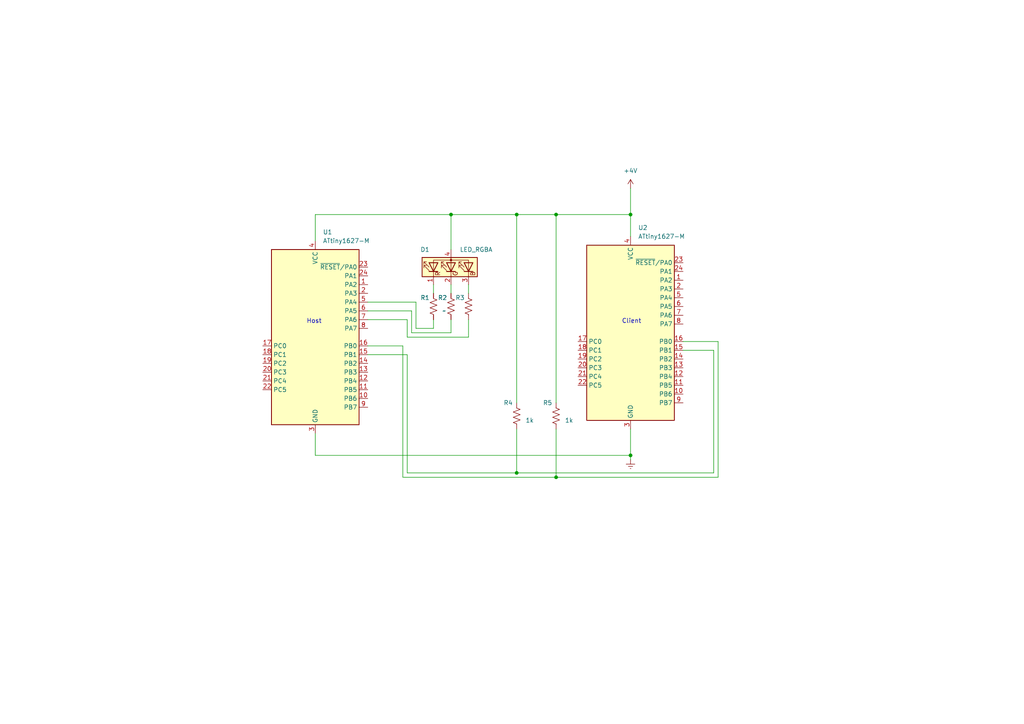
<source format=kicad_sch>
(kicad_sch (version 20230121) (generator eeschema)
  (paper "A4")
  (lib_symbols
    (symbol "Device:LED_RGBA" (pin_names (offset 0) hide)
      (property "Reference" "D" (at 0 9.398 0))
      (property "Value" "LED_RGBA" (at 0 -8.89 0))
      (symbol "LED_RGBA_0_0"
        (text "B" (at -1.905 -6.35 0) (effects (font (size 1.27 1.27))))
        (text "G" (at -1.905 -1.27 0) (effects (font (size 1.27 1.27))))
        (text "R" (at -1.905 3.81 0) (effects (font (size 1.27 1.27))))
      )
      (symbol "LED_RGBA_0_1"
        (polyline (pts (xy -1.27 -5.08) (xy -2.54 -5.08)))
        (polyline (pts (xy -1.27 -5.08) (xy 1.27 -5.08)))
        (polyline (pts (xy -1.27 -3.81) (xy -1.27 -6.35)) (stroke (width 0.254)))
        (polyline (pts (xy -1.27 0) (xy -2.54 0)))
        (polyline (pts (xy -1.27 1.27) (xy -1.27 -1.27)) (stroke (width 0.254)))
        (polyline (pts (xy -1.27 5.08) (xy -2.54 5.08)))
        (polyline (pts (xy -1.27 5.08) (xy 1.27 5.08)))
        (polyline (pts (xy -1.27 6.35) (xy -1.27 3.81)) (stroke (width 0.254)))
        (polyline (pts (xy 1.27 0) (xy -1.27 0)))
        (polyline (pts (xy 1.27 0) (xy 2.54 0)))
        (polyline (pts (xy -1.27 1.27) (xy -1.27 -1.27) (xy -1.27 -1.27)))
        (polyline (pts (xy -1.27 6.35) (xy -1.27 3.81) (xy -1.27 3.81)))
        (polyline (pts (xy 1.27 -5.08) (xy 2.032 -5.08) (xy 2.032 5.08) (xy 1.27 5.08)))
        (polyline (pts (xy 1.27 -3.81) (xy 1.27 -6.35) (xy -1.27 -5.08) (xy 1.27 -3.81)) (stroke (width 0.254)))
        (polyline (pts (xy 1.27 1.27) (xy 1.27 -1.27) (xy -1.27 0) (xy 1.27 1.27)) (stroke (width 0.254)))
        (polyline (pts (xy 1.27 6.35) (xy 1.27 3.81) (xy -1.27 5.08) (xy 1.27 6.35)) (stroke (width 0.254)))
        (polyline (pts (xy -1.016 -3.81) (xy 0.508 -2.286) (xy -0.254 -2.286) (xy 0.508 -2.286) (xy 0.508 -3.048)))
        (polyline (pts (xy -1.016 1.27) (xy 0.508 2.794) (xy -0.254 2.794) (xy 0.508 2.794) (xy 0.508 2.032)))
        (polyline (pts (xy -1.016 6.35) (xy 0.508 7.874) (xy -0.254 7.874) (xy 0.508 7.874) (xy 0.508 7.112)))
        (polyline (pts (xy 0 -3.81) (xy 1.524 -2.286) (xy 0.762 -2.286) (xy 1.524 -2.286) (xy 1.524 -3.048)))
        (polyline (pts (xy 0 1.27) (xy 1.524 2.794) (xy 0.762 2.794) (xy 1.524 2.794) (xy 1.524 2.032)))
        (polyline (pts (xy 0 6.35) (xy 1.524 7.874) (xy 0.762 7.874) (xy 1.524 7.874) (xy 1.524 7.112)))
        (rectangle (start 1.27 -1.27) (end 1.27 1.27))
        (rectangle (start 1.27 1.27) (end 1.27 1.27))
        (rectangle (start 1.27 3.81) (end 1.27 6.35))
        (rectangle (start 1.27 6.35) (end 1.27 6.35))
        (circle (center 2.032 0) (radius 0.254) (fill (type outline)))
        (rectangle (start 2.794 8.382) (end -2.794 -7.62) (stroke (width 0.254)) (fill (type background)))
      )
      (symbol "LED_RGBA_1_1"
        (pin passive line (at -5.08 5.08 0) (length 2.54) (name "RK") (number "1"))
        (pin passive line (at -5.08 0 0) (length 2.54) (name "GK") (number "2"))
        (pin passive line (at -5.08 -5.08 0) (length 2.54) (name "BK") (number "3"))
        (pin passive line (at 5.08 0 180) (length 2.54) (name "A") (number "4"))
      )
    )
    (symbol "Device:R_US" (pin_numbers hide) (pin_names (offset 0))
      (property "Reference" "R" (at 2.54 0 90))
      (property "Value" "R_US" (at -2.54 0 90))
      (symbol "R_US_0_1"
        (polyline (pts (xy 0 -2.286) (xy 0 -2.54)))
        (polyline (pts (xy 0 2.286) (xy 0 2.54)))
        (polyline (pts (xy 0 -0.762) (xy 1.016 -1.143) (xy 0 -1.524) (xy -1.016 -1.905) (xy 0 -2.286)))
        (polyline (pts (xy 0 0.762) (xy 1.016 0.381) (xy 0 0) (xy -1.016 -0.381) (xy 0 -0.762)))
        (polyline (pts (xy 0 2.286) (xy 1.016 1.905) (xy 0 1.524) (xy -1.016 1.143) (xy 0 0.762)))
      )
      (symbol "R_US_1_1"
        (pin passive line (at 0 3.81 270) (length 1.27) (name "~") (number "1"))
        (pin passive line (at 0 -3.81 90) (length 1.27) (name "~") (number "2"))
      )
    )
    (symbol "MCU_Microchip_ATtiny:ATtiny1627-M"
      (property "Reference" "U" (at -12.7 26.67 0))
      (property "Value" "ATtiny1627-M" (at 2.54 -26.67 0))
      (symbol "ATtiny1627-M_0_1"
        (rectangle (start -12.7 -25.4) (end 12.7 25.4) (stroke (width 0.254)) (fill (type background)))
      )
      (symbol "ATtiny1627-M_1_1"
        (pin bidirectional line (at 15.24 15.24 180) (length 2.54) (name "PA2") (number "1"))
        (pin bidirectional line (at 15.24 -17.78 180) (length 2.54) (name "PB6") (number "10"))
        (pin bidirectional line (at 15.24 -15.24 180) (length 2.54) (name "PB5") (number "11"))
        (pin bidirectional line (at 15.24 -12.7 180) (length 2.54) (name "PB4") (number "12"))
        (pin bidirectional line (at 15.24 -10.16 180) (length 2.54) (name "PB3") (number "13"))
        (pin bidirectional line (at 15.24 -7.62 180) (length 2.54) (name "PB2") (number "14"))
        (pin bidirectional line (at 15.24 -5.08 180) (length 2.54) (name "PB1") (number "15"))
        (pin bidirectional line (at 15.24 -2.54 180) (length 2.54) (name "PB0") (number "16"))
        (pin bidirectional line (at -15.24 -2.54 0) (length 2.54) (name "PC0") (number "17"))
        (pin bidirectional line (at -15.24 -5.08 0) (length 2.54) (name "PC1") (number "18"))
        (pin bidirectional line (at -15.24 -7.62 0) (length 2.54) (name "PC2") (number "19"))
        (pin bidirectional line (at 15.24 12.7 180) (length 2.54) (name "PA3") (number "2"))
        (pin bidirectional line (at -15.24 -10.16 0) (length 2.54) (name "PC3") (number "20"))
        (pin bidirectional line (at -15.24 -12.7 0) (length 2.54) (name "PC4") (number "21"))
        (pin bidirectional line (at -15.24 -15.24 0) (length 2.54) (name "PC5") (number "22"))
        (pin bidirectional line (at 15.24 20.32 180) (length 2.54) (name "~{RESET}/PA0") (number "23"))
        (pin bidirectional line (at 15.24 17.78 180) (length 2.54) (name "PA1") (number "24"))
        (pin passive line (at 0 -27.94 90) (length 2.54) hide (name "GND") (number "25"))
        (pin power_in line (at 0 -27.94 90) (length 2.54) (name "GND") (number "3"))
        (pin power_in line (at 0 27.94 270) (length 2.54) (name "VCC") (number "4"))
        (pin bidirectional line (at 15.24 10.16 180) (length 2.54) (name "PA4") (number "5"))
        (pin bidirectional line (at 15.24 7.62 180) (length 2.54) (name "PA5") (number "6"))
        (pin bidirectional line (at 15.24 5.08 180) (length 2.54) (name "PA6") (number "7"))
        (pin bidirectional line (at 15.24 2.54 180) (length 2.54) (name "PA7") (number "8"))
        (pin bidirectional line (at 15.24 -20.32 180) (length 2.54) (name "PB7") (number "9"))
      )
    )
    (symbol "power:+4V" (power) (pin_names (offset 0))
      (property "Value" "+4V" (at 0 3.556 0))
      (symbol "+4V_0_1"
        (polyline (pts (xy -0.762 1.27) (xy 0 2.54)))
        (polyline (pts (xy 0 0) (xy 0 2.54)))
        (polyline (pts (xy 0 2.54) (xy 0.762 1.27)))
      )
      (symbol "+4V_1_1"
        (pin power_in line (at 0 0 90) (length 0) hide (name "+4V") (number "1"))
      )
    )
    (symbol "power:Earth" (power) (pin_names (offset 0))
      (symbol "Earth_0_1"
        (polyline (pts (xy -0.635 -1.905) (xy 0.635 -1.905)))
        (polyline (pts (xy -0.127 -2.54) (xy 0.127 -2.54)))
        (polyline (pts (xy 0 -1.27) (xy 0 0)))
        (polyline (pts (xy 1.27 -1.27) (xy -1.27 -1.27)))
      )
      (symbol "Earth_1_1"
        (pin power_in line (at 0 0 270) (length 0) hide (name "Earth") (number "1"))
      )
    )
  )
  (junction (at 161.29 138.43))
  (junction (at 161.29 62.23))
  (junction (at 130.81 62.23))
  (junction (at 182.88 62.23))
  (junction (at 149.86 62.23))
  (junction (at 149.86 137.16))
  (junction (at 182.88 132.08))
  (wire (pts (xy 125.73 82.55) (xy 125.73 85.09)))
  (wire (pts (xy 118.11 97.79) (xy 135.89 97.79)))
  (wire (pts (xy 130.81 82.55) (xy 130.81 85.09)))
  (wire (pts (xy 161.29 124.46) (xy 161.29 138.43)))
  (wire (pts (xy 161.29 62.23) (xy 182.88 62.23)))
  (wire (pts (xy 135.89 82.55) (xy 135.89 85.09)))
  (wire (pts (xy 91.44 69.85) (xy 91.44 62.23)))
  (wire (pts (xy 106.68 102.87) (xy 118.11 102.87)))
  (wire (pts (xy 149.86 62.23) (xy 161.29 62.23)))
  (wire (pts (xy 161.29 138.43) (xy 208.28 138.43)))
  (wire (pts (xy 130.81 92.71) (xy 130.81 96.52)))
  (wire (pts (xy 116.84 138.43) (xy 161.29 138.43)))
  (wire (pts (xy 149.86 124.46) (xy 149.86 137.16)))
  (wire (pts (xy 130.81 62.23) (xy 149.86 62.23)))
  (wire (pts (xy 118.11 137.16) (xy 149.86 137.16)))
  (wire (pts (xy 120.65 95.25) (xy 125.73 95.25)))
  (wire (pts (xy 130.81 62.23) (xy 130.81 72.39)))
  (wire (pts (xy 207.01 101.6) (xy 198.12 101.6)))
  (wire (pts (xy 106.68 87.63) (xy 120.65 87.63)))
  (wire (pts (xy 120.65 87.63) (xy 120.65 95.25)))
  (wire (pts (xy 182.88 62.23) (xy 182.88 54.61)))
  (wire (pts (xy 106.68 100.33) (xy 116.84 100.33)))
  (wire (pts (xy 182.88 62.23) (xy 182.88 68.58)))
  (wire (pts (xy 119.38 96.52) (xy 130.81 96.52)))
  (wire (pts (xy 161.29 62.23) (xy 161.29 116.84)))
  (wire (pts (xy 135.89 97.79) (xy 135.89 92.71)))
  (wire (pts (xy 91.44 62.23) (xy 130.81 62.23)))
  (wire (pts (xy 106.68 90.17) (xy 119.38 90.17)))
  (wire (pts (xy 119.38 90.17) (xy 119.38 96.52)))
  (wire (pts (xy 182.88 124.46) (xy 182.88 132.08)))
  (wire (pts (xy 149.86 137.16) (xy 207.01 137.16)))
  (wire (pts (xy 208.28 138.43) (xy 208.28 99.06)))
  (wire (pts (xy 91.44 132.08) (xy 182.88 132.08)))
  (wire (pts (xy 106.68 92.71) (xy 118.11 92.71)))
  (wire (pts (xy 116.84 100.33) (xy 116.84 138.43)))
  (wire (pts (xy 91.44 125.73) (xy 91.44 132.08)))
  (wire (pts (xy 118.11 102.87) (xy 118.11 137.16)))
  (wire (pts (xy 118.11 92.71) (xy 118.11 97.79)))
  (wire (pts (xy 182.88 133.35) (xy 182.88 132.08)))
  (wire (pts (xy 125.73 95.25) (xy 125.73 92.71)))
  (wire (pts (xy 207.01 137.16) (xy 207.01 101.6)))
  (wire (pts (xy 149.86 62.23) (xy 149.86 116.84)))
  (wire (pts (xy 208.28 99.06) (xy 198.12 99.06)))
  (text "Client" (at 180.34 93.98 0) (effects (font (size 1.27 1.27)) (justify left bottom)))
  (text "Host" (at 88.9 93.98 0) (effects (font (size 1.27 1.27)) (justify left bottom)))
  (symbol (lib_id "Device:R_US") (at 161.29 120.65 0) (unit 1)
    (property "Reference" "R5" (at 157.48 116.84 0) (effects (justify left)))
    (property "Value" "1k" (at 163.83 121.92 0) (effects (justify left)))
  )
  (symbol (lib_id "Device:R_US") (at 149.86 120.65 0) (unit 1)
    (property "Reference" "R4" (at 146.05 116.84 0) (effects (justify left)))
    (property "Value" "1k" (at 152.4 121.92 0) (effects (justify left)))
  )
  (symbol (lib_id "MCU_Microchip_ATtiny:ATtiny1627-M") (at 182.88 96.52 0) (unit 1)
    (property "Reference" "U2" (at 185.0741 66.04 0) (effects (justify left)))
    (property "Value" "ATtiny1627-M" (at 185.0741 68.58 0) (effects (justify left)))
    (property "Footprint" "Package_DFN_QFN:QFN-24-1EP_4x4mm_P0.5mm_EP2.6x2.6mm" (effects hide))
    (property "Datasheet" "https://ww1.microchip.com/downloads/en/DeviceDoc/ATtiny1624-26-27-DataSheet-DS40002234A.pdf" (effects hide))
  )
  (symbol (lib_id "power:+4V") (at 182.88 54.61 0) (unit 1)
    (property "Reference" "#PWR01" (effects hide))
    (property "Value" "+4V" (at 182.88 49.53 0))
  )
  (symbol (lib_id "Device:R_US") (at 125.73 88.9 0) (unit 1)
    (property "Reference" "R1" (at 121.92 86.36 0) (effects (justify left)))
    (property "Value" "~" (at 128.27 90.17 0) (effects (justify left)))
  )
  (symbol (lib_id "Device:R_US") (at 130.81 88.9 0) (unit 1)
    (property "Reference" "R2" (at 127 86.36 0) (effects (justify left)))
    (property "Value" "R_US" (effects hide))
  )
  (symbol (lib_id "Device:R_US") (at 135.89 88.9 0) (unit 1)
    (property "Reference" "R3" (at 132.08 86.36 0) (effects (justify left)))
    (property "Value" "R_US" (effects hide))
  )
  (symbol (lib_id "MCU_Microchip_ATtiny:ATtiny1627-M") (at 91.44 97.79 0) (unit 1)
    (property "Reference" "U1" (at 93.6341 67.31 0) (effects (justify left)))
    (property "Value" "ATtiny1627-M" (at 93.6341 69.85 0) (effects (justify left)))
    (property "Footprint" "Package_DFN_QFN:QFN-24-1EP_4x4mm_P0.5mm_EP2.6x2.6mm" (effects hide))
    (property "Datasheet" "https://ww1.microchip.com/downloads/en/DeviceDoc/ATtiny1624-26-27-DataSheet-DS40002234A.pdf" (effects hide))
  )
  (symbol (lib_id "Device:LED_RGBA") (at 130.81 77.47 90) (unit 1)
    (property "Reference" "D1" (at 121.92 72.39 90) (effects (justify right)))
    (property "Value" "LED_RGBA" (at 133.35 72.39 90) (effects (justify right)))
  )
  (symbol (lib_id "power:Earth") (at 182.88 133.35 0) (unit 1)
    (property "Reference" "#PWR02" (effects hide))
    (property "Value" "Earth" (effects hide))
  )
)
</source>
